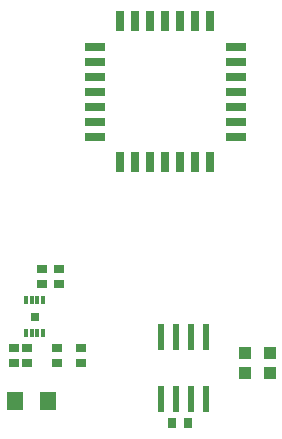
<source format=gbr>
G04 EAGLE Gerber RS-274X export*
G75*
%MOMM*%
%FSLAX34Y34*%
%LPD*%
%INSolderpaste Bottom*%
%IPPOS*%
%AMOC8*
5,1,8,0,0,1.08239X$1,22.5*%
G01*
%ADD10R,1.400000X1.600000*%
%ADD11R,0.700000X0.900000*%
%ADD12R,1.000000X1.100000*%
%ADD13R,1.778000X0.762000*%
%ADD14R,0.762000X1.778000*%
%ADD15R,0.609600X2.209800*%
%ADD16R,0.300000X0.800000*%
%ADD17R,0.660400X0.660400*%
%ADD18R,0.900000X0.700000*%


D10*
X43210Y57150D03*
X15210Y57150D03*
D11*
X161440Y38100D03*
X148440Y38100D03*
D12*
X209550Y97400D03*
X209550Y80400D03*
X231140Y97400D03*
X231140Y80400D03*
D13*
X82550Y318770D03*
X82550Y331470D03*
X82550Y344170D03*
X82550Y356870D03*
D14*
X104140Y378460D03*
X116840Y378460D03*
X129540Y378460D03*
X142240Y378460D03*
X154940Y378460D03*
X167640Y378460D03*
X180340Y378460D03*
D13*
X201930Y356870D03*
X201930Y344170D03*
X201930Y331470D03*
X201930Y318770D03*
X201930Y306070D03*
X201930Y293370D03*
X201930Y280670D03*
D14*
X180340Y259080D03*
X167640Y259080D03*
X154940Y259080D03*
X142240Y259080D03*
X129540Y259080D03*
X116840Y259080D03*
X104140Y259080D03*
D13*
X82550Y280670D03*
X82550Y293370D03*
X82550Y306070D03*
D15*
X138430Y111252D03*
X151130Y111252D03*
X163830Y111252D03*
X176530Y111252D03*
X176530Y58928D03*
X163830Y58928D03*
X151130Y58928D03*
X138430Y58928D03*
D16*
X39250Y114270D03*
X34250Y114270D03*
X24250Y114270D03*
X29250Y114270D03*
X39250Y142270D03*
X34250Y142270D03*
X24250Y142270D03*
X29250Y142270D03*
D17*
X31750Y128270D03*
D18*
X71120Y88750D03*
X71120Y101750D03*
X50800Y88750D03*
X50800Y101750D03*
X25400Y101750D03*
X25400Y88750D03*
X13970Y88750D03*
X13970Y101750D03*
X38100Y156060D03*
X38100Y169060D03*
X52070Y156060D03*
X52070Y169060D03*
M02*

</source>
